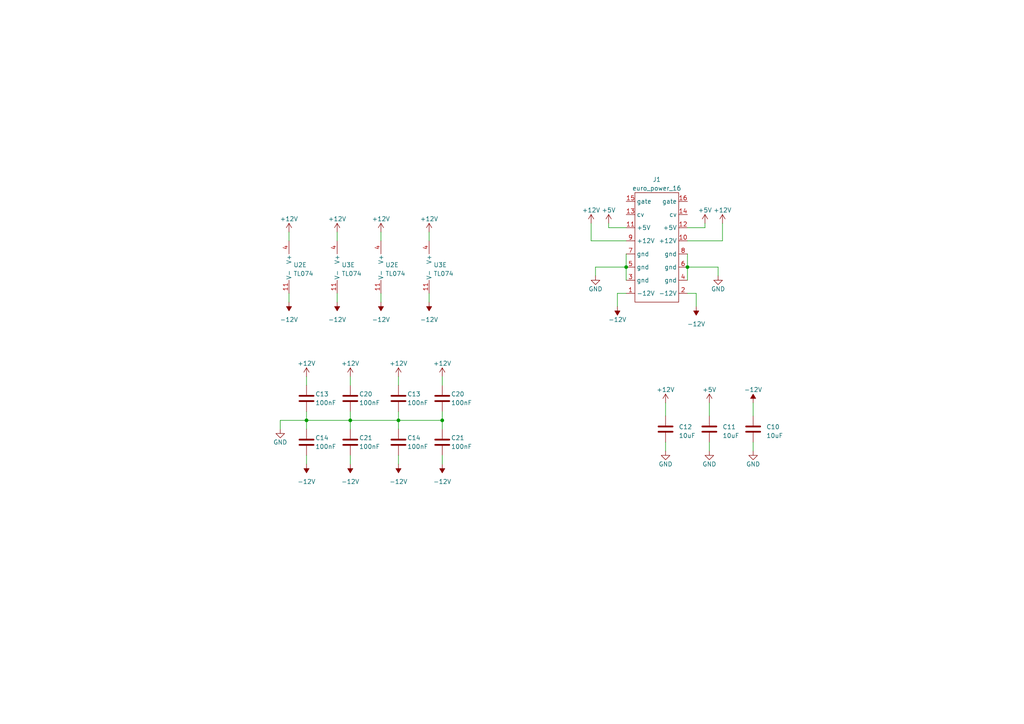
<source format=kicad_sch>
(kicad_sch (version 20230121) (generator eeschema)
  (paper "A4")
  (title_block (title "Eurorack Output Mixer Module") (rev "0") (company "SVG Synthesis"))
  (lib_symbols
    (symbol "power:+12V" (power) (pin_names (offset 0))
      (property "Value" "+12V" (at 0 3.556 0))
      (symbol "+12V_0_1"
        (polyline (pts (xy -0.762 1.27) (xy 0 2.54)))
        (polyline (pts (xy 0 0) (xy 0 2.54)))
        (polyline (pts (xy 0 2.54) (xy 0.762 1.27)))
      )
      (symbol "+12V_1_1"
        (pin power_in line (at 0 0 90) (length 0) hide (name "+12V") (number "1"))
      )
    )
    (symbol "power:+5V" (power) (pin_names (offset 0))
      (property "Value" "+5V" (at 0 3.556 0))
      (symbol "+5V_0_1"
        (polyline (pts (xy -0.762 1.27) (xy 0 2.54)))
        (polyline (pts (xy 0 0) (xy 0 2.54)))
        (polyline (pts (xy 0 2.54) (xy 0.762 1.27)))
      )
      (symbol "+5V_1_1"
        (pin power_in line (at 0 0 90) (length 0) hide (name "+5V") (number "1"))
      )
    )
    (symbol "power:-12V" (power) (pin_names (offset 0))
      (property "Value" "-12V" (at 0 3.81 0))
      (symbol "-12V_0_0"
        (pin power_in line (at 0 0 90) (length 0) hide (name "-12V") (number "1"))
      )
      (symbol "-12V_0_1"
        (polyline (pts (xy 0 0) (xy 0 1.27) (xy 0.762 1.27) (xy 0 2.54) (xy -0.762 1.27) (xy 0 1.27)) (fill (type outline)))
      )
    )
    (symbol "power:GND" (power) (pin_names (offset 0))
      (property "Value" "GND" (at 0 -3.81 0))
      (symbol "GND_0_1"
        (polyline (pts (xy 0 0) (xy 0 -1.27) (xy 1.27 -1.27) (xy 0 -2.54) (xy -1.27 -1.27) (xy 0 -1.27)))
      )
      (symbol "GND_1_1"
        (pin power_in line (at 0 0 270) (length 0) hide (name "GND") (number "1"))
      )
    )
    (symbol "synthesis:CAP_100NF_0603_X7R" (pin_numbers hide) (pin_names (offset 0.254))
      (property "Reference" "C" (at 0.635 2.54 0))
      (property "Value" "100nF" (at 0.635 -2.54 0))
      (symbol "CAP_100NF_0603_X7R_0_1"
        (polyline (pts (xy -2.032 -0.762) (xy 2.032 -0.762)) (stroke (width 0.508)))
        (polyline (pts (xy -2.032 0.762) (xy 2.032 0.762)) (stroke (width 0.508)))
      )
      (symbol "CAP_100NF_0603_X7R_1_1"
        (pin passive line (at 0 3.81 270) (length 2.794) (name "~") (number "1"))
        (pin passive line (at 0 -3.81 90) (length 2.794) (name "~") (number "2"))
      )
    )
    (symbol "synthesis:CAP_10UF_NONPOL" (pin_numbers hide) (pin_names (offset 0.254))
      (property "Reference" "C" (at 0.635 2.54 0))
      (property "Value" "10uF" (at 0.635 -2.54 0))
      (symbol "CAP_10UF_NONPOL_0_1"
        (polyline (pts (xy -2.032 -0.762) (xy 2.032 -0.762)) (stroke (width 0.508)))
        (polyline (pts (xy -2.032 0.762) (xy 2.032 0.762)) (stroke (width 0.508)))
      )
      (symbol "CAP_10UF_NONPOL_1_1"
        (pin passive line (at 0 3.81 270) (length 2.794) (name "~") (number "1"))
        (pin passive line (at 0 -3.81 90) (length 2.794) (name "~") (number "2"))
      )
    )
    (symbol "synthesis:TL074" (pin_names (offset 0.127))
      (property "Reference" "U" (at 0 5.08 0))
      (property "Value" "TL074" (at 0 -5.08 0))
      (symbol "TL074_1_1"
        (polyline (pts (xy -5.08 5.08) (xy 5.08 0) (xy -5.08 -5.08) (xy -5.08 5.08)) (stroke (width 0.254)) (fill (type background)))
        (pin output line (at 7.62 0 180) (length 2.54) (name "~") (number "1"))
        (pin input line (at -7.62 -2.54 0) (length 2.54) (name "-") (number "2"))
        (pin input line (at -7.62 2.54 0) (length 2.54) (name "+") (number "3"))
      )
      (symbol "TL074_2_1"
        (polyline (pts (xy -5.08 5.08) (xy 5.08 0) (xy -5.08 -5.08) (xy -5.08 5.08)) (stroke (width 0.254)) (fill (type background)))
        (pin input line (at -7.62 2.54 0) (length 2.54) (name "+") (number "5"))
        (pin input line (at -7.62 -2.54 0) (length 2.54) (name "-") (number "6"))
        (pin output line (at 7.62 0 180) (length 2.54) (name "~") (number "7"))
      )
      (symbol "TL074_3_1"
        (polyline (pts (xy -5.08 5.08) (xy 5.08 0) (xy -5.08 -5.08) (xy -5.08 5.08)) (stroke (width 0.254)) (fill (type background)))
        (pin input line (at -7.62 2.54 0) (length 2.54) (name "+") (number "10"))
        (pin output line (at 7.62 0 180) (length 2.54) (name "~") (number "8"))
        (pin input line (at -7.62 -2.54 0) (length 2.54) (name "-") (number "9"))
      )
      (symbol "TL074_4_1"
        (polyline (pts (xy -5.08 5.08) (xy 5.08 0) (xy -5.08 -5.08) (xy -5.08 5.08)) (stroke (width 0.254)) (fill (type background)))
        (pin input line (at -7.62 2.54 0) (length 2.54) (name "+") (number "12"))
        (pin input line (at -7.62 -2.54 0) (length 2.54) (name "-") (number "13"))
        (pin output line (at 7.62 0 180) (length 2.54) (name "~") (number "14"))
      )
      (symbol "TL074_5_1"
        (pin power_in line (at -2.54 -7.62 90) (length 3.81) (name "V-") (number "11"))
        (pin power_in line (at -2.54 7.62 270) (length 3.81) (name "V+") (number "4"))
      )
    )
    (symbol "synthesis:euro_power_16"
      (property "Reference" "J" (at -5.08 17.78 0))
      (property "Value" "euro_power_16" (at 0 -16.51 0))
      (symbol "euro_power_16_0_1"
        (rectangle (start -6.35 16.51) (end 6.35 -15.24))
      )
      (symbol "euro_power_16_1_1"
        (pin power_in line (at -8.89 -12.7 0) (length 2.54) (name "-12V") (number "1"))
        (pin power_in line (at 8.89 2.54 180) (length 2.54) (name "+12V") (number "10"))
        (pin power_in line (at -8.89 6.35 0) (length 2.54) (name "+5V") (number "11"))
        (pin power_in line (at 8.89 6.35 180) (length 2.54) (name "+5V") (number "12"))
        (pin bidirectional line (at -8.89 10.16 0) (length 2.54) (name "cv") (number "13"))
        (pin bidirectional line (at 8.89 10.16 180) (length 2.54) (name "cv") (number "14"))
        (pin bidirectional line (at -8.89 13.97 0) (length 2.54) (name "gate") (number "15"))
        (pin bidirectional line (at 8.89 13.97 180) (length 2.54) (name "gate") (number "16"))
        (pin power_in line (at 8.89 -12.7 180) (length 2.54) (name "-12V") (number "2"))
        (pin power_in line (at -8.89 -8.89 0) (length 2.54) (name "gnd") (number "3"))
        (pin power_in line (at 8.89 -8.89 180) (length 2.54) (name "gnd") (number "4"))
        (pin power_in line (at -8.89 -5.08 0) (length 2.54) (name "gnd") (number "5"))
        (pin power_in line (at 8.89 -5.08 180) (length 2.54) (name "gnd") (number "6"))
        (pin power_in line (at -8.89 -1.27 0) (length 2.54) (name "gnd") (number "7"))
        (pin power_in line (at 8.89 -1.27 180) (length 2.54) (name "gnd") (number "8"))
        (pin power_in line (at -8.89 2.54 0) (length 2.54) (name "+12V") (number "9"))
      )
    )
  )
  (junction (at 181.61 77.47))
  (junction (at 199.39 77.47))
  (junction (at 88.9 121.92))
  (junction (at 115.57 121.92))
  (junction (at 128.27 121.92))
  (junction (at 101.6 121.92))
  (wire (pts (xy 181.61 73.66) (xy 181.61 77.47)))
  (wire (pts (xy 218.44 116.84) (xy 218.44 120.65)))
  (wire (pts (xy 205.74 128.27) (xy 205.74 130.81)))
  (wire (pts (xy 83.82 85.09) (xy 83.82 87.63)))
  (wire (pts (xy 88.9 132.08) (xy 88.9 134.62)))
  (wire (pts (xy 101.6 109.22) (xy 101.6 111.76)))
  (wire (pts (xy 171.45 64.77) (xy 171.45 69.85)))
  (wire (pts (xy 110.49 67.31) (xy 110.49 69.85)))
  (wire (pts (xy 124.46 67.31) (xy 124.46 69.85)))
  (wire (pts (xy 172.72 80.01) (xy 172.72 77.47)))
  (wire (pts (xy 193.04 128.27) (xy 193.04 130.81)))
  (wire (pts (xy 128.27 119.38) (xy 128.27 121.92)))
  (wire (pts (xy 179.07 85.09) (xy 181.61 85.09)))
  (wire (pts (xy 115.57 121.92) (xy 128.27 121.92)))
  (wire (pts (xy 218.44 128.27) (xy 218.44 130.81)))
  (wire (pts (xy 88.9 121.92) (xy 101.6 121.92)))
  (wire (pts (xy 172.72 77.47) (xy 181.61 77.47)))
  (wire (pts (xy 101.6 121.92) (xy 115.57 121.92)))
  (wire (pts (xy 101.6 119.38) (xy 101.6 121.92)))
  (wire (pts (xy 176.53 64.77) (xy 176.53 66.04)))
  (wire (pts (xy 199.39 85.09) (xy 201.93 85.09)))
  (wire (pts (xy 193.04 116.84) (xy 193.04 120.65)))
  (wire (pts (xy 201.93 85.09) (xy 201.93 88.9)))
  (wire (pts (xy 128.27 109.22) (xy 128.27 111.76)))
  (wire (pts (xy 176.53 66.04) (xy 181.61 66.04)))
  (wire (pts (xy 199.39 73.66) (xy 199.39 77.47)))
  (wire (pts (xy 115.57 121.92) (xy 115.57 124.46)))
  (wire (pts (xy 204.47 64.77) (xy 204.47 66.04)))
  (wire (pts (xy 88.9 109.22) (xy 88.9 111.76)))
  (wire (pts (xy 83.82 67.31) (xy 83.82 69.85)))
  (wire (pts (xy 208.28 77.47) (xy 199.39 77.47)))
  (wire (pts (xy 81.28 124.46) (xy 81.28 121.92)))
  (wire (pts (xy 101.6 121.92) (xy 101.6 124.46)))
  (wire (pts (xy 199.39 77.47) (xy 199.39 81.28)))
  (wire (pts (xy 115.57 119.38) (xy 115.57 121.92)))
  (wire (pts (xy 97.79 85.09) (xy 97.79 87.63)))
  (wire (pts (xy 171.45 69.85) (xy 181.61 69.85)))
  (wire (pts (xy 97.79 67.31) (xy 97.79 69.85)))
  (wire (pts (xy 115.57 132.08) (xy 115.57 134.62)))
  (wire (pts (xy 88.9 121.92) (xy 88.9 124.46)))
  (wire (pts (xy 128.27 132.08) (xy 128.27 134.62)))
  (wire (pts (xy 204.47 66.04) (xy 199.39 66.04)))
  (wire (pts (xy 208.28 80.01) (xy 208.28 77.47)))
  (wire (pts (xy 110.49 85.09) (xy 110.49 87.63)))
  (wire (pts (xy 124.46 85.09) (xy 124.46 87.63)))
  (wire (pts (xy 88.9 119.38) (xy 88.9 121.92)))
  (wire (pts (xy 181.61 77.47) (xy 181.61 81.28)))
  (wire (pts (xy 115.57 109.22) (xy 115.57 111.76)))
  (wire (pts (xy 81.28 121.92) (xy 88.9 121.92)))
  (wire (pts (xy 209.55 69.85) (xy 199.39 69.85)))
  (wire (pts (xy 179.07 88.9) (xy 179.07 85.09)))
  (wire (pts (xy 209.55 64.77) (xy 209.55 69.85)))
  (wire (pts (xy 101.6 132.08) (xy 101.6 134.62)))
  (wire (pts (xy 128.27 121.92) (xy 128.27 124.46)))
  (wire (pts (xy 205.74 116.84) (xy 205.74 120.65)))
  (symbol (lib_id "synthesis:CAP_10UF_NONPOL") (at 193.04 124.46 0) (unit 1)
    (property "Reference" "C12" (at 196.85 123.825 0) (effects (justify left)))
    (property "Value" "10uF" (at 196.85 126.365 0) (effects (justify left)))
    (property "Footprint" "Capacitor_SMD:CP_Elec_5x5.3" (effects hide))
    (property "MFR" "WURTH" (effects hide))
    (property "MPN" "865250442003" (effects hide))
    (instances (project "output module" (path "" (reference "C12") (unit 1)) (path "" (reference "C21") (unit 1))))
  )
  (symbol (lib_id "power:+12V") (at 209.55 64.77 0) (unit 1)
    (property "Reference" "#PWR09" (effects hide))
    (property "Value" "+12V" (at 209.55 60.96 0))
    (instances (project "output module" (path "" (reference "#PWR09") (unit 1)) (path "" (reference "#PWR072") (unit 1))))
  )
  (symbol (lib_id "synthesis:TL074") (at 113.03 77.47 0) (unit 5)
    (property "Reference" "U2" (at 111.76 76.835 0) (effects (justify left)))
    (property "Value" "TL074" (at 111.76 79.375 0) (effects (justify left)))
    (property "Footprint" "Package_SO:TSSOP-14_4.4x5mm_P0.65mm" (effects hide))
    (property "Datasheet" "http://www.ti.com/lit/ds/symlink/lm2902-n.pdf" (effects hide))
    (property "MFR" "TI" (effects hide))
    (property "MPN" "TL074CPWR" (effects hide))
    (property "LCSC" "C96507" (effects hide))
    (instances (project "output module" (path "" (reference "U2") (unit 5)) (path "" (reference "U4") (unit 5))))
  )
  (symbol (lib_id "synthesis:CAP_100NF_0603_X7R") (at 101.6 115.57 0) (unit 1)
    (property "Reference" "C20" (at 104.14 114.3 0) (effects (justify left)))
    (property "Value" "100nF" (at 104.14 116.84 0) (effects (justify left)))
    (property "Footprint" "Capacitor_SMD:C_0603_1608Metric" (effects hide))
    (property "MFR" "YAGEO" (effects hide))
    (property "MPN" "CC0603KRX7R9BB104" (effects hide))
    (property "LCSC" "C14663" (effects hide))
    (instances (project "output module" (path "" (reference "C20") (unit 1)) (path "" (reference "C19") (unit 1))))
  )
  (symbol (lib_id "synthesis:CAP_100NF_0603_X7R") (at 115.57 128.27 0) (unit 1)
    (property "Reference" "C14" (at 118.11 127 0) (effects (justify left)))
    (property "Value" "100nF" (at 118.11 129.54 0) (effects (justify left)))
    (property "Footprint" "Capacitor_SMD:C_0603_1608Metric" (effects hide))
    (property "MFR" "YAGEO" (effects hide))
    (property "MPN" "CC0603KRX7R9BB104" (effects hide))
    (property "LCSC" "C14663" (effects hide))
    (instances (project "output module" (path "" (reference "C14") (unit 1)) (path "" (reference "C25") (unit 1))))
  )
  (symbol (lib_id "synthesis:CAP_100NF_0603_X7R") (at 88.9 115.57 0) (unit 1)
    (property "Reference" "C13" (at 91.44 114.3 0) (effects (justify left)))
    (property "Value" "100nF" (at 91.44 116.84 0) (effects (justify left)))
    (property "Footprint" "Capacitor_SMD:C_0603_1608Metric" (effects hide))
    (property "MFR" "YAGEO" (effects hide))
    (property "MPN" "CC0603KRX7R9BB104" (effects hide))
    (property "LCSC" "C14663" (effects hide))
    (instances (project "output module" (path "" (reference "C13") (unit 1)) (path "" (reference "C17") (unit 1))))
  )
  (symbol (lib_id "power:-12V") (at 110.49 87.63 180) (unit 1)
    (property "Reference" "#PWR045" (effects hide))
    (property "Value" "-12V" (at 110.49 92.71 0))
    (instances (project "output module" (path "" (reference "#PWR045") (unit 1)) (path "" (reference "#PWR079") (unit 1))))
  )
  (symbol (lib_id "power:+5V") (at 204.47 64.77 0) (unit 1)
    (property "Reference" "#PWR011" (effects hide))
    (property "Value" "+5V" (at 204.47 60.96 0))
    (instances (project "output module" (path "" (reference "#PWR011") (unit 1)) (path "" (reference "#PWR068") (unit 1))))
  )
  (symbol (lib_id "power:GND") (at 205.74 130.81 0) (unit 1)
    (property "Reference" "#PWR018" (effects hide))
    (property "Value" "GND" (at 205.74 134.62 0))
    (instances (project "output module" (path "" (reference "#PWR018") (unit 1)) (path "" (reference "#PWR070") (unit 1))))
  )
  (symbol (lib_id "power:-12V") (at 218.44 116.84 0) (unit 1)
    (property "Reference" "#PWR022" (effects hide))
    (property "Value" "-12V" (at 218.44 113.03 0))
    (instances (project "output module" (path "" (reference "#PWR022") (unit 1)) (path "" (reference "#PWR073") (unit 1))))
  )
  (symbol (lib_id "power:+5V") (at 205.74 116.84 0) (unit 1)
    (property "Reference" "#PWR021" (effects hide))
    (property "Value" "+5V" (at 205.74 113.03 0))
    (instances (project "output module" (path "" (reference "#PWR021") (unit 1)) (path "" (reference "#PWR069") (unit 1))))
  )
  (symbol (lib_id "power:-12V") (at 97.79 87.63 180) (unit 1)
    (property "Reference" "#PWR046" (effects hide))
    (property "Value" "-12V" (at 97.79 92.71 0))
    (instances (project "output module" (path "" (reference "#PWR046") (unit 1)) (path "" (reference "#PWR055") (unit 1))))
  )
  (symbol (lib_id "power:GND") (at 81.28 124.46 0) (unit 1)
    (property "Reference" "#PWR023" (effects hide))
    (property "Value" "GND" (at 81.28 128.27 0))
    (instances (project "output module" (path "" (reference "#PWR023") (unit 1)) (path "" (reference "#PWR056") (unit 1))))
  )
  (symbol (lib_id "power:-12V") (at 179.07 88.9 180) (unit 1)
    (property "Reference" "#PWR013" (effects hide))
    (property "Value" "-12V" (at 179.07 92.71 0))
    (instances (project "output module" (path "" (reference "#PWR013") (unit 1)) (path "" (reference "#PWR064") (unit 1))))
  )
  (symbol (lib_id "synthesis:TL074") (at 127 77.47 0) (unit 5)
    (property "Reference" "U3" (at 125.73 76.835 0) (effects (justify left)))
    (property "Value" "TL074" (at 125.73 79.375 0) (effects (justify left)))
    (property "Footprint" "Package_SO:TSSOP-14_4.4x5mm_P0.65mm" (effects hide))
    (property "Datasheet" "http://www.ti.com/lit/ds/symlink/lm2902-n.pdf" (effects hide))
    (property "MFR" "TI" (effects hide))
    (property "MPN" "TL074CPWR" (effects hide))
    (property "LCSC" "C96507" (effects hide))
    (instances (project "output module" (path "" (reference "U3") (unit 5)) (path "" (reference "U5") (unit 5))))
  )
  (symbol (lib_id "synthesis:CAP_100NF_0603_X7R") (at 128.27 128.27 0) (unit 1)
    (property "Reference" "C21" (at 130.81 127 0) (effects (justify left)))
    (property "Value" "100nF" (at 130.81 129.54 0) (effects (justify left)))
    (property "Footprint" "Capacitor_SMD:C_0603_1608Metric" (effects hide))
    (property "MFR" "YAGEO" (effects hide))
    (property "MPN" "CC0603KRX7R9BB104" (effects hide))
    (property "LCSC" "C14663" (effects hide))
    (instances (project "output module" (path "" (reference "C21") (unit 1)) (path "" (reference "C27") (unit 1))))
  )
  (symbol (lib_id "power:-12V") (at 128.27 134.62 180) (unit 1)
    (property "Reference" "#PWR048" (effects hide))
    (property "Value" "-12V" (at 128.27 139.7 0))
    (instances (project "output module" (path "" (reference "#PWR048") (unit 1)) (path "" (reference "#PWR085") (unit 1))))
  )
  (symbol (lib_id "power:+12V") (at 193.04 116.84 0) (unit 1)
    (property "Reference" "#PWR020" (effects hide))
    (property "Value" "+12V" (at 193.04 113.03 0))
    (instances (project "output module" (path "" (reference "#PWR020") (unit 1)) (path "" (reference "#PWR065") (unit 1))))
  )
  (symbol (lib_id "power:-12V") (at 88.9 134.62 180) (unit 1)
    (property "Reference" "#PWR025" (effects hide))
    (property "Value" "-12V" (at 88.9 139.7 0))
    (instances (project "output module" (path "" (reference "#PWR025") (unit 1)) (path "" (reference "#PWR058") (unit 1))))
  )
  (symbol (lib_id "synthesis:TL074") (at 100.33 77.47 0) (unit 5)
    (property "Reference" "U3" (at 99.06 76.835 0) (effects (justify left)))
    (property "Value" "TL074" (at 99.06 79.375 0) (effects (justify left)))
    (property "Footprint" "Package_SO:TSSOP-14_4.4x5mm_P0.65mm" (effects hide))
    (property "Datasheet" "http://www.ti.com/lit/ds/symlink/lm2902-n.pdf" (effects hide))
    (property "MFR" "TI" (effects hide))
    (property "MPN" "TL074CPWR" (effects hide))
    (property "LCSC" "C96507" (effects hide))
  )
  (symbol (lib_id "power:+12V") (at 83.82 67.31 0) (unit 1)
    (property "Reference" "#PWR043" (effects hide))
    (property "Value" "+12V" (at 83.82 63.5 0))
    (instances (project "output module" (path "" (reference "#PWR043") (unit 1)) (path "" (reference "#PWR052") (unit 1))))
  )
  (symbol (lib_id "power:GND") (at 218.44 130.81 0) (unit 1)
    (property "Reference" "#PWR019" (effects hide))
    (property "Value" "GND" (at 218.44 134.62 0))
    (instances (project "output module" (path "" (reference "#PWR019") (unit 1)) (path "" (reference "#PWR074") (unit 1))))
  )
  (symbol (lib_id "power:GND") (at 172.72 80.01 0) (unit 1)
    (property "Reference" "#PWR015" (effects hide))
    (property "Value" "GND" (at 172.72 83.82 0))
    (instances (project "output module" (path "" (reference "#PWR015") (unit 1)) (path "" (reference "#PWR060") (unit 1))))
  )
  (symbol (lib_id "synthesis:TL074") (at 86.36 77.47 0) (unit 5)
    (property "Reference" "U2" (at 85.09 76.835 0) (effects (justify left)))
    (property "Value" "TL074" (at 85.09 79.375 0) (effects (justify left)))
    (property "Footprint" "Package_SO:TSSOP-14_4.4x5mm_P0.65mm" (effects hide))
    (property "Datasheet" "http://www.ti.com/lit/ds/symlink/lm2902-n.pdf" (effects hide))
    (property "MFR" "TI" (effects hide))
    (property "MPN" "TL074CPWR" (effects hide))
    (property "LCSC" "C96507" (effects hide))
    (instances (project "output module" (path "" (reference "U2") (unit 5)) (path "" (reference "U1") (unit 5))))
  )
  (symbol (lib_id "power:-12V") (at 124.46 87.63 180) (unit 1)
    (property "Reference" "#PWR046" (effects hide))
    (property "Value" "-12V" (at 124.46 92.71 0))
    (instances (project "output module" (path "" (reference "#PWR046") (unit 1)) (path "" (reference "#PWR081") (unit 1))))
  )
  (symbol (lib_id "synthesis:CAP_100NF_0603_X7R") (at 101.6 128.27 0) (unit 1)
    (property "Reference" "C21" (at 104.14 127 0) (effects (justify left)))
    (property "Value" "100nF" (at 104.14 129.54 0) (effects (justify left)))
    (property "Footprint" "Capacitor_SMD:C_0603_1608Metric" (effects hide))
    (property "MFR" "YAGEO" (effects hide))
    (property "MPN" "CC0603KRX7R9BB104" (effects hide))
    (property "LCSC" "C14663" (effects hide))
    (instances (project "output module" (path "" (reference "C21") (unit 1)) (path "" (reference "C20") (unit 1))))
  )
  (symbol (lib_id "power:-12V") (at 115.57 134.62 180) (unit 1)
    (property "Reference" "#PWR025" (effects hide))
    (property "Value" "-12V" (at 115.57 139.7 0))
    (instances (project "output module" (path "" (reference "#PWR025") (unit 1)) (path "" (reference "#PWR083") (unit 1))))
  )
  (symbol (lib_id "power:+12V") (at 124.46 67.31 0) (unit 1)
    (property "Reference" "#PWR044" (effects hide))
    (property "Value" "+12V" (at 124.46 63.5 0))
    (instances (project "output module" (path "" (reference "#PWR044") (unit 1)) (path "" (reference "#PWR080") (unit 1))))
  )
  (symbol (lib_id "synthesis:CAP_10UF_NONPOL") (at 205.74 124.46 0) (unit 1)
    (property "Reference" "C11" (at 209.55 123.825 0) (effects (justify left)))
    (property "Value" "10uF" (at 209.55 126.365 0) (effects (justify left)))
    (property "Footprint" "Capacitor_SMD:CP_Elec_5x5.3" (effects hide))
    (property "MFR" "WURTH" (effects hide))
    (property "MPN" "865250442003" (effects hide))
    (instances (project "output module" (path "" (reference "C11") (unit 1)) (path "" (reference "C22") (unit 1))))
  )
  (symbol (lib_id "power:+12V") (at 171.45 64.77 0) (unit 1)
    (property "Reference" "#PWR016" (effects hide))
    (property "Value" "+12V" (at 171.45 60.96 0))
    (instances (project "output module" (path "" (reference "#PWR016") (unit 1)) (path "" (reference "#PWR059") (unit 1))))
  )
  (symbol (lib_id "power:-12V") (at 83.82 87.63 180) (unit 1)
    (property "Reference" "#PWR045" (effects hide))
    (property "Value" "-12V" (at 83.82 92.71 0))
    (instances (project "output module" (path "" (reference "#PWR045") (unit 1)) (path "" (reference "#PWR053") (unit 1))))
  )
  (symbol (lib_id "synthesis:CAP_100NF_0603_X7R") (at 88.9 128.27 0) (unit 1)
    (property "Reference" "C14" (at 91.44 127 0) (effects (justify left)))
    (property "Value" "100nF" (at 91.44 129.54 0) (effects (justify left)))
    (property "Footprint" "Capacitor_SMD:C_0603_1608Metric" (effects hide))
    (property "MFR" "YAGEO" (effects hide))
    (property "MPN" "CC0603KRX7R9BB104" (effects hide))
    (property "LCSC" "C14663" (effects hide))
    (instances (project "output module" (path "" (reference "C14") (unit 1)) (path "" (reference "C18") (unit 1))))
  )
  (symbol (lib_id "power:+12V") (at 115.57 109.22 0) (unit 1)
    (property "Reference" "#PWR024" (effects hide))
    (property "Value" "+12V" (at 115.57 105.41 0))
    (instances (project "output module" (path "" (reference "#PWR024") (unit 1)) (path "" (reference "#PWR082") (unit 1))))
  )
  (symbol (lib_id "synthesis:CAP_100NF_0603_X7R") (at 115.57 115.57 0) (unit 1)
    (property "Reference" "C13" (at 118.11 114.3 0) (effects (justify left)))
    (property "Value" "100nF" (at 118.11 116.84 0) (effects (justify left)))
    (property "Footprint" "Capacitor_SMD:C_0603_1608Metric" (effects hide))
    (property "MFR" "YAGEO" (effects hide))
    (property "MPN" "CC0603KRX7R9BB104" (effects hide))
    (property "LCSC" "C14663" (effects hide))
    (instances (project "output module" (path "" (reference "C13") (unit 1)) (path "" (reference "C24") (unit 1))))
  )
  (symbol (lib_id "power:+12V") (at 128.27 109.22 0) (unit 1)
    (property "Reference" "#PWR047" (effects hide))
    (property "Value" "+12V" (at 128.27 105.41 0))
    (instances (project "output module" (path "" (reference "#PWR047") (unit 1)) (path "" (reference "#PWR084") (unit 1))))
  )
  (symbol (lib_id "synthesis:CAP_10UF_NONPOL") (at 218.44 124.46 180) (unit 1)
    (property "Reference" "C10" (at 222.25 123.825 0) (effects (justify right)))
    (property "Value" "10uF" (at 222.25 126.365 0) (effects (justify right)))
    (property "Footprint" "Capacitor_SMD:CP_Elec_5x5.3" (effects hide))
    (property "MFR" "WURTH" (effects hide))
    (property "MPN" "865250442003" (effects hide))
    (instances (project "output module" (path "" (reference "C10") (unit 1)) (path "" (reference "C23") (unit 1))))
  )
  (symbol (lib_id "power:-12V") (at 201.93 88.9 180) (unit 1)
    (property "Reference" "#PWR010" (effects hide))
    (property "Value" "-12V" (at 201.93 93.98 0))
    (instances (project "output module" (path "" (reference "#PWR010") (unit 1)) (path "" (reference "#PWR067") (unit 1))))
  )
  (symbol (lib_id "power:+12V") (at 88.9 109.22 0) (unit 1)
    (property "Reference" "#PWR024" (effects hide))
    (property "Value" "+12V" (at 88.9 105.41 0))
    (instances (project "output module" (path "" (reference "#PWR024") (unit 1)) (path "" (reference "#PWR057") (unit 1))))
  )
  (symbol (lib_id "synthesis:euro_power_16") (at 190.5 72.39 0) (unit 1)
    (property "Reference" "J1" (at 190.5 52.07 0))
    (property "Value" "euro_power_16" (at 190.5 54.61 0))
    (property "Footprint" "synthesis:eurorack_16" (effects hide))
    (property "MFR" "CNC Tech" (effects hide))
    (property "MPN" "3020-16-0100-00" (effects hide))
    (instances (project "output module" (path "" (reference "J1") (unit 1)) (path "" (reference "J6") (unit 1))))
  )
  (symbol (lib_id "power:+12V") (at 101.6 109.22 0) (unit 1)
    (property "Reference" "#PWR047" (effects hide))
    (property "Value" "+12V" (at 101.6 105.41 0))
    (instances (project "output module" (path "" (reference "#PWR047") (unit 1)) (path "" (reference "#PWR061") (unit 1))))
  )
  (symbol (lib_id "power:-12V") (at 101.6 134.62 180) (unit 1)
    (property "Reference" "#PWR048" (effects hide))
    (property "Value" "-12V" (at 101.6 139.7 0))
    (instances (project "output module" (path "" (reference "#PWR048") (unit 1)) (path "" (reference "#PWR062") (unit 1))))
  )
  (symbol (lib_id "power:+12V") (at 110.49 67.31 0) (unit 1)
    (property "Reference" "#PWR043" (effects hide))
    (property "Value" "+12V" (at 110.49 63.5 0))
    (instances (project "output module" (path "" (reference "#PWR043") (unit 1)) (path "" (reference "#PWR078") (unit 1))))
  )
  (symbol (lib_id "power:GND") (at 193.04 130.81 0) (unit 1)
    (property "Reference" "#PWR017" (effects hide))
    (property "Value" "GND" (at 193.04 134.62 0))
    (instances (project "output module" (path "" (reference "#PWR017") (unit 1)) (path "" (reference "#PWR066") (unit 1))))
  )
  (symbol (lib_id "power:GND") (at 208.28 80.01 0) (unit 1)
    (property "Reference" "#PWR012" (effects hide))
    (property "Value" "GND" (at 208.28 83.82 0))
    (instances (project "output module" (path "" (reference "#PWR012") (unit 1)) (path "" (reference "#PWR071") (unit 1))))
  )
  (symbol (lib_id "power:+5V") (at 176.53 64.77 0) (unit 1)
    (property "Reference" "#PWR014" (effects hide))
    (property "Value" "+5V" (at 176.53 60.96 0))
    (instances (project "output module" (path "" (reference "#PWR014") (unit 1)) (path "" (reference "#PWR063") (unit 1))))
  )
  (symbol (lib_id "power:+12V") (at 97.79 67.31 0) (unit 1)
    (property "Reference" "#PWR044" (effects hide))
    (property "Value" "+12V" (at 97.79 63.5 0))
    (instances (project "output module" (path "" (reference "#PWR044") (unit 1)) (path "" (reference "#PWR054") (unit 1))))
  )
  (symbol (lib_id "synthesis:CAP_100NF_0603_X7R") (at 128.27 115.57 0) (unit 1)
    (property "Reference" "C20" (at 130.81 114.3 0) (effects (justify left)))
    (property "Value" "100nF" (at 130.81 116.84 0) (effects (justify left)))
    (property "Footprint" "Capacitor_SMD:C_0603_1608Metric" (effects hide))
    (property "MFR" "YAGEO" (effects hide))
    (property "MPN" "CC0603KRX7R9BB104" (effects hide))
    (property "LCSC" "C14663" (effects hide))
    (instances (project "output module" (path "" (reference "C20") (unit 1)) (path "" (reference "C26") (unit 1))))
  )
)
</source>
